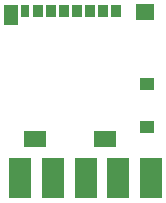
<source format=gbp>
G04 #@! TF.GenerationSoftware,KiCad,Pcbnew,(5.1.5)-3*
G04 #@! TF.CreationDate,2020-04-21T17:30:06+02:00*
G04 #@! TF.ProjectId,Wegard_Logger,57656761-7264-45f4-9c6f-676765722e6b,rev?*
G04 #@! TF.SameCoordinates,Original*
G04 #@! TF.FileFunction,Paste,Bot*
G04 #@! TF.FilePolarity,Positive*
%FSLAX46Y46*%
G04 Gerber Fmt 4.6, Leading zero omitted, Abs format (unit mm)*
G04 Created by KiCad (PCBNEW (5.1.5)-3) date 2020-04-21 17:30:06*
%MOMM*%
%LPD*%
G04 APERTURE LIST*
%ADD10R,1.900000X1.350000*%
%ADD11R,1.200000X1.000000*%
%ADD12R,1.550000X1.350000*%
%ADD13R,1.170000X1.800000*%
%ADD14R,0.850000X1.100000*%
%ADD15R,0.750000X1.100000*%
%ADD16R,1.846667X3.480000*%
G04 APERTURE END LIST*
D10*
X144310000Y-111955000D03*
X150280000Y-111955000D03*
D11*
X153780000Y-107280000D03*
X153780000Y-110980000D03*
D12*
X153605000Y-101255000D03*
D13*
X142285000Y-101480000D03*
D14*
X144545000Y-101130000D03*
X145645000Y-101130000D03*
X146745000Y-101130000D03*
X147845000Y-101130000D03*
X148945000Y-101130000D03*
X150045000Y-101130000D03*
D15*
X143495000Y-101130000D03*
D14*
X151145000Y-101130000D03*
D16*
X154155400Y-115239800D03*
X151385400Y-115239800D03*
X148615400Y-115239800D03*
X145845400Y-115239800D03*
X143075400Y-115239800D03*
M02*

</source>
